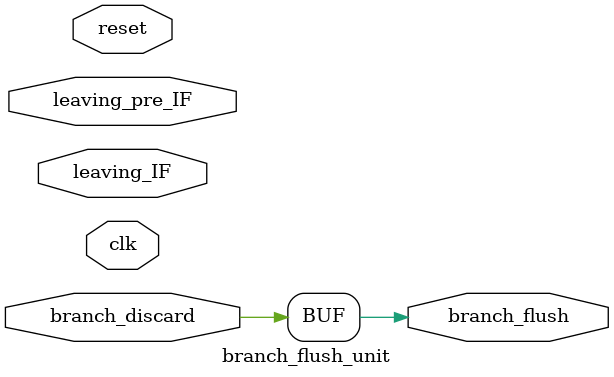
<source format=v>
module branch_flush_unit (
	input clk,
	input reset,

	input leaving_pre_IF,
    input leaving_IF,
    input branch_discard,

	output branch_flush
);

	//wire should_branch_flush = branch_discard;
	assign branch_flush = branch_discard;
	// reg branch_flush_reg;
	// always @(posedge clk) begin	
	// 	if (reset) 
	// 		branch_flush_reg <= 0;
	// 	else if (should_branch_flush)
	// 		branch_flush_reg <= 1;
	// 	else if (branch_flush_reg & leaving_pre_IF)
	// 		branch_flush_reg <= 0;
	// end

	// assign branch_flush = should_branch_flush ? 1'b1 : branch_flush_reg;
endmodule


</source>
